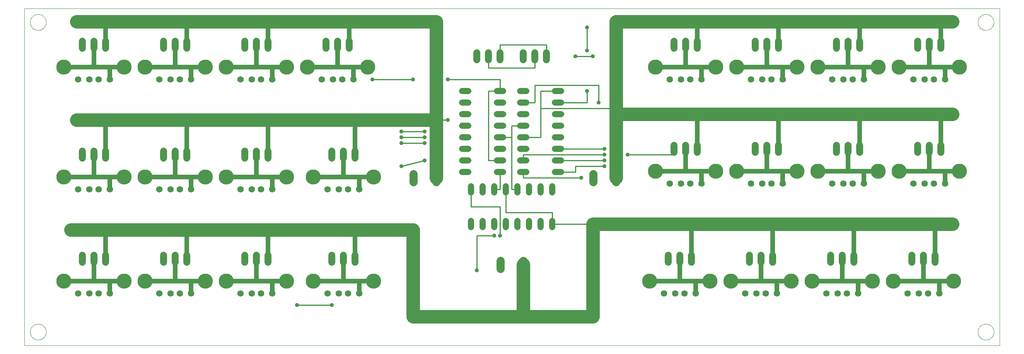
<source format=gtl>
G75*
%MOIN*%
%OFA0B0*%
%FSLAX25Y25*%
%IPPOS*%
%LPD*%
%AMOC8*
5,1,8,0,0,1.08239X$1,22.5*
%
%ADD10C,0.00000*%
%ADD11C,0.05200*%
%ADD12C,0.06000*%
%ADD13C,0.13055*%
%ADD14C,0.05543*%
%ADD15C,0.07050*%
%ADD16C,0.05937*%
%ADD17C,0.03937*%
%ADD18C,0.11811*%
%ADD19C,0.03562*%
%ADD20C,0.01000*%
D10*
X0001000Y0001000D02*
X0001000Y0292339D01*
X0841551Y0292339D01*
X0841551Y0001000D01*
X0001000Y0001000D01*
X0005921Y0012811D02*
X0005923Y0012980D01*
X0005929Y0013149D01*
X0005940Y0013318D01*
X0005954Y0013486D01*
X0005973Y0013654D01*
X0005996Y0013822D01*
X0006022Y0013989D01*
X0006053Y0014155D01*
X0006088Y0014321D01*
X0006127Y0014485D01*
X0006171Y0014649D01*
X0006218Y0014811D01*
X0006269Y0014972D01*
X0006324Y0015132D01*
X0006383Y0015291D01*
X0006445Y0015448D01*
X0006512Y0015603D01*
X0006583Y0015757D01*
X0006657Y0015909D01*
X0006735Y0016059D01*
X0006816Y0016207D01*
X0006901Y0016353D01*
X0006990Y0016497D01*
X0007082Y0016639D01*
X0007178Y0016778D01*
X0007277Y0016915D01*
X0007379Y0017050D01*
X0007485Y0017182D01*
X0007594Y0017311D01*
X0007706Y0017438D01*
X0007821Y0017562D01*
X0007939Y0017683D01*
X0008060Y0017801D01*
X0008184Y0017916D01*
X0008311Y0018028D01*
X0008440Y0018137D01*
X0008572Y0018243D01*
X0008707Y0018345D01*
X0008844Y0018444D01*
X0008983Y0018540D01*
X0009125Y0018632D01*
X0009269Y0018721D01*
X0009415Y0018806D01*
X0009563Y0018887D01*
X0009713Y0018965D01*
X0009865Y0019039D01*
X0010019Y0019110D01*
X0010174Y0019177D01*
X0010331Y0019239D01*
X0010490Y0019298D01*
X0010650Y0019353D01*
X0010811Y0019404D01*
X0010973Y0019451D01*
X0011137Y0019495D01*
X0011301Y0019534D01*
X0011467Y0019569D01*
X0011633Y0019600D01*
X0011800Y0019626D01*
X0011968Y0019649D01*
X0012136Y0019668D01*
X0012304Y0019682D01*
X0012473Y0019693D01*
X0012642Y0019699D01*
X0012811Y0019701D01*
X0012980Y0019699D01*
X0013149Y0019693D01*
X0013318Y0019682D01*
X0013486Y0019668D01*
X0013654Y0019649D01*
X0013822Y0019626D01*
X0013989Y0019600D01*
X0014155Y0019569D01*
X0014321Y0019534D01*
X0014485Y0019495D01*
X0014649Y0019451D01*
X0014811Y0019404D01*
X0014972Y0019353D01*
X0015132Y0019298D01*
X0015291Y0019239D01*
X0015448Y0019177D01*
X0015603Y0019110D01*
X0015757Y0019039D01*
X0015909Y0018965D01*
X0016059Y0018887D01*
X0016207Y0018806D01*
X0016353Y0018721D01*
X0016497Y0018632D01*
X0016639Y0018540D01*
X0016778Y0018444D01*
X0016915Y0018345D01*
X0017050Y0018243D01*
X0017182Y0018137D01*
X0017311Y0018028D01*
X0017438Y0017916D01*
X0017562Y0017801D01*
X0017683Y0017683D01*
X0017801Y0017562D01*
X0017916Y0017438D01*
X0018028Y0017311D01*
X0018137Y0017182D01*
X0018243Y0017050D01*
X0018345Y0016915D01*
X0018444Y0016778D01*
X0018540Y0016639D01*
X0018632Y0016497D01*
X0018721Y0016353D01*
X0018806Y0016207D01*
X0018887Y0016059D01*
X0018965Y0015909D01*
X0019039Y0015757D01*
X0019110Y0015603D01*
X0019177Y0015448D01*
X0019239Y0015291D01*
X0019298Y0015132D01*
X0019353Y0014972D01*
X0019404Y0014811D01*
X0019451Y0014649D01*
X0019495Y0014485D01*
X0019534Y0014321D01*
X0019569Y0014155D01*
X0019600Y0013989D01*
X0019626Y0013822D01*
X0019649Y0013654D01*
X0019668Y0013486D01*
X0019682Y0013318D01*
X0019693Y0013149D01*
X0019699Y0012980D01*
X0019701Y0012811D01*
X0019699Y0012642D01*
X0019693Y0012473D01*
X0019682Y0012304D01*
X0019668Y0012136D01*
X0019649Y0011968D01*
X0019626Y0011800D01*
X0019600Y0011633D01*
X0019569Y0011467D01*
X0019534Y0011301D01*
X0019495Y0011137D01*
X0019451Y0010973D01*
X0019404Y0010811D01*
X0019353Y0010650D01*
X0019298Y0010490D01*
X0019239Y0010331D01*
X0019177Y0010174D01*
X0019110Y0010019D01*
X0019039Y0009865D01*
X0018965Y0009713D01*
X0018887Y0009563D01*
X0018806Y0009415D01*
X0018721Y0009269D01*
X0018632Y0009125D01*
X0018540Y0008983D01*
X0018444Y0008844D01*
X0018345Y0008707D01*
X0018243Y0008572D01*
X0018137Y0008440D01*
X0018028Y0008311D01*
X0017916Y0008184D01*
X0017801Y0008060D01*
X0017683Y0007939D01*
X0017562Y0007821D01*
X0017438Y0007706D01*
X0017311Y0007594D01*
X0017182Y0007485D01*
X0017050Y0007379D01*
X0016915Y0007277D01*
X0016778Y0007178D01*
X0016639Y0007082D01*
X0016497Y0006990D01*
X0016353Y0006901D01*
X0016207Y0006816D01*
X0016059Y0006735D01*
X0015909Y0006657D01*
X0015757Y0006583D01*
X0015603Y0006512D01*
X0015448Y0006445D01*
X0015291Y0006383D01*
X0015132Y0006324D01*
X0014972Y0006269D01*
X0014811Y0006218D01*
X0014649Y0006171D01*
X0014485Y0006127D01*
X0014321Y0006088D01*
X0014155Y0006053D01*
X0013989Y0006022D01*
X0013822Y0005996D01*
X0013654Y0005973D01*
X0013486Y0005954D01*
X0013318Y0005940D01*
X0013149Y0005929D01*
X0012980Y0005923D01*
X0012811Y0005921D01*
X0012642Y0005923D01*
X0012473Y0005929D01*
X0012304Y0005940D01*
X0012136Y0005954D01*
X0011968Y0005973D01*
X0011800Y0005996D01*
X0011633Y0006022D01*
X0011467Y0006053D01*
X0011301Y0006088D01*
X0011137Y0006127D01*
X0010973Y0006171D01*
X0010811Y0006218D01*
X0010650Y0006269D01*
X0010490Y0006324D01*
X0010331Y0006383D01*
X0010174Y0006445D01*
X0010019Y0006512D01*
X0009865Y0006583D01*
X0009713Y0006657D01*
X0009563Y0006735D01*
X0009415Y0006816D01*
X0009269Y0006901D01*
X0009125Y0006990D01*
X0008983Y0007082D01*
X0008844Y0007178D01*
X0008707Y0007277D01*
X0008572Y0007379D01*
X0008440Y0007485D01*
X0008311Y0007594D01*
X0008184Y0007706D01*
X0008060Y0007821D01*
X0007939Y0007939D01*
X0007821Y0008060D01*
X0007706Y0008184D01*
X0007594Y0008311D01*
X0007485Y0008440D01*
X0007379Y0008572D01*
X0007277Y0008707D01*
X0007178Y0008844D01*
X0007082Y0008983D01*
X0006990Y0009125D01*
X0006901Y0009269D01*
X0006816Y0009415D01*
X0006735Y0009563D01*
X0006657Y0009713D01*
X0006583Y0009865D01*
X0006512Y0010019D01*
X0006445Y0010174D01*
X0006383Y0010331D01*
X0006324Y0010490D01*
X0006269Y0010650D01*
X0006218Y0010811D01*
X0006171Y0010973D01*
X0006127Y0011137D01*
X0006088Y0011301D01*
X0006053Y0011467D01*
X0006022Y0011633D01*
X0005996Y0011800D01*
X0005973Y0011968D01*
X0005954Y0012136D01*
X0005940Y0012304D01*
X0005929Y0012473D01*
X0005923Y0012642D01*
X0005921Y0012811D01*
X0005921Y0280528D02*
X0005923Y0280697D01*
X0005929Y0280866D01*
X0005940Y0281035D01*
X0005954Y0281203D01*
X0005973Y0281371D01*
X0005996Y0281539D01*
X0006022Y0281706D01*
X0006053Y0281872D01*
X0006088Y0282038D01*
X0006127Y0282202D01*
X0006171Y0282366D01*
X0006218Y0282528D01*
X0006269Y0282689D01*
X0006324Y0282849D01*
X0006383Y0283008D01*
X0006445Y0283165D01*
X0006512Y0283320D01*
X0006583Y0283474D01*
X0006657Y0283626D01*
X0006735Y0283776D01*
X0006816Y0283924D01*
X0006901Y0284070D01*
X0006990Y0284214D01*
X0007082Y0284356D01*
X0007178Y0284495D01*
X0007277Y0284632D01*
X0007379Y0284767D01*
X0007485Y0284899D01*
X0007594Y0285028D01*
X0007706Y0285155D01*
X0007821Y0285279D01*
X0007939Y0285400D01*
X0008060Y0285518D01*
X0008184Y0285633D01*
X0008311Y0285745D01*
X0008440Y0285854D01*
X0008572Y0285960D01*
X0008707Y0286062D01*
X0008844Y0286161D01*
X0008983Y0286257D01*
X0009125Y0286349D01*
X0009269Y0286438D01*
X0009415Y0286523D01*
X0009563Y0286604D01*
X0009713Y0286682D01*
X0009865Y0286756D01*
X0010019Y0286827D01*
X0010174Y0286894D01*
X0010331Y0286956D01*
X0010490Y0287015D01*
X0010650Y0287070D01*
X0010811Y0287121D01*
X0010973Y0287168D01*
X0011137Y0287212D01*
X0011301Y0287251D01*
X0011467Y0287286D01*
X0011633Y0287317D01*
X0011800Y0287343D01*
X0011968Y0287366D01*
X0012136Y0287385D01*
X0012304Y0287399D01*
X0012473Y0287410D01*
X0012642Y0287416D01*
X0012811Y0287418D01*
X0012980Y0287416D01*
X0013149Y0287410D01*
X0013318Y0287399D01*
X0013486Y0287385D01*
X0013654Y0287366D01*
X0013822Y0287343D01*
X0013989Y0287317D01*
X0014155Y0287286D01*
X0014321Y0287251D01*
X0014485Y0287212D01*
X0014649Y0287168D01*
X0014811Y0287121D01*
X0014972Y0287070D01*
X0015132Y0287015D01*
X0015291Y0286956D01*
X0015448Y0286894D01*
X0015603Y0286827D01*
X0015757Y0286756D01*
X0015909Y0286682D01*
X0016059Y0286604D01*
X0016207Y0286523D01*
X0016353Y0286438D01*
X0016497Y0286349D01*
X0016639Y0286257D01*
X0016778Y0286161D01*
X0016915Y0286062D01*
X0017050Y0285960D01*
X0017182Y0285854D01*
X0017311Y0285745D01*
X0017438Y0285633D01*
X0017562Y0285518D01*
X0017683Y0285400D01*
X0017801Y0285279D01*
X0017916Y0285155D01*
X0018028Y0285028D01*
X0018137Y0284899D01*
X0018243Y0284767D01*
X0018345Y0284632D01*
X0018444Y0284495D01*
X0018540Y0284356D01*
X0018632Y0284214D01*
X0018721Y0284070D01*
X0018806Y0283924D01*
X0018887Y0283776D01*
X0018965Y0283626D01*
X0019039Y0283474D01*
X0019110Y0283320D01*
X0019177Y0283165D01*
X0019239Y0283008D01*
X0019298Y0282849D01*
X0019353Y0282689D01*
X0019404Y0282528D01*
X0019451Y0282366D01*
X0019495Y0282202D01*
X0019534Y0282038D01*
X0019569Y0281872D01*
X0019600Y0281706D01*
X0019626Y0281539D01*
X0019649Y0281371D01*
X0019668Y0281203D01*
X0019682Y0281035D01*
X0019693Y0280866D01*
X0019699Y0280697D01*
X0019701Y0280528D01*
X0019699Y0280359D01*
X0019693Y0280190D01*
X0019682Y0280021D01*
X0019668Y0279853D01*
X0019649Y0279685D01*
X0019626Y0279517D01*
X0019600Y0279350D01*
X0019569Y0279184D01*
X0019534Y0279018D01*
X0019495Y0278854D01*
X0019451Y0278690D01*
X0019404Y0278528D01*
X0019353Y0278367D01*
X0019298Y0278207D01*
X0019239Y0278048D01*
X0019177Y0277891D01*
X0019110Y0277736D01*
X0019039Y0277582D01*
X0018965Y0277430D01*
X0018887Y0277280D01*
X0018806Y0277132D01*
X0018721Y0276986D01*
X0018632Y0276842D01*
X0018540Y0276700D01*
X0018444Y0276561D01*
X0018345Y0276424D01*
X0018243Y0276289D01*
X0018137Y0276157D01*
X0018028Y0276028D01*
X0017916Y0275901D01*
X0017801Y0275777D01*
X0017683Y0275656D01*
X0017562Y0275538D01*
X0017438Y0275423D01*
X0017311Y0275311D01*
X0017182Y0275202D01*
X0017050Y0275096D01*
X0016915Y0274994D01*
X0016778Y0274895D01*
X0016639Y0274799D01*
X0016497Y0274707D01*
X0016353Y0274618D01*
X0016207Y0274533D01*
X0016059Y0274452D01*
X0015909Y0274374D01*
X0015757Y0274300D01*
X0015603Y0274229D01*
X0015448Y0274162D01*
X0015291Y0274100D01*
X0015132Y0274041D01*
X0014972Y0273986D01*
X0014811Y0273935D01*
X0014649Y0273888D01*
X0014485Y0273844D01*
X0014321Y0273805D01*
X0014155Y0273770D01*
X0013989Y0273739D01*
X0013822Y0273713D01*
X0013654Y0273690D01*
X0013486Y0273671D01*
X0013318Y0273657D01*
X0013149Y0273646D01*
X0012980Y0273640D01*
X0012811Y0273638D01*
X0012642Y0273640D01*
X0012473Y0273646D01*
X0012304Y0273657D01*
X0012136Y0273671D01*
X0011968Y0273690D01*
X0011800Y0273713D01*
X0011633Y0273739D01*
X0011467Y0273770D01*
X0011301Y0273805D01*
X0011137Y0273844D01*
X0010973Y0273888D01*
X0010811Y0273935D01*
X0010650Y0273986D01*
X0010490Y0274041D01*
X0010331Y0274100D01*
X0010174Y0274162D01*
X0010019Y0274229D01*
X0009865Y0274300D01*
X0009713Y0274374D01*
X0009563Y0274452D01*
X0009415Y0274533D01*
X0009269Y0274618D01*
X0009125Y0274707D01*
X0008983Y0274799D01*
X0008844Y0274895D01*
X0008707Y0274994D01*
X0008572Y0275096D01*
X0008440Y0275202D01*
X0008311Y0275311D01*
X0008184Y0275423D01*
X0008060Y0275538D01*
X0007939Y0275656D01*
X0007821Y0275777D01*
X0007706Y0275901D01*
X0007594Y0276028D01*
X0007485Y0276157D01*
X0007379Y0276289D01*
X0007277Y0276424D01*
X0007178Y0276561D01*
X0007082Y0276700D01*
X0006990Y0276842D01*
X0006901Y0276986D01*
X0006816Y0277132D01*
X0006735Y0277280D01*
X0006657Y0277430D01*
X0006583Y0277582D01*
X0006512Y0277736D01*
X0006445Y0277891D01*
X0006383Y0278048D01*
X0006324Y0278207D01*
X0006269Y0278367D01*
X0006218Y0278528D01*
X0006171Y0278690D01*
X0006127Y0278854D01*
X0006088Y0279018D01*
X0006053Y0279184D01*
X0006022Y0279350D01*
X0005996Y0279517D01*
X0005973Y0279685D01*
X0005954Y0279853D01*
X0005940Y0280021D01*
X0005929Y0280190D01*
X0005923Y0280359D01*
X0005921Y0280528D01*
X0822850Y0280528D02*
X0822852Y0280697D01*
X0822858Y0280866D01*
X0822869Y0281035D01*
X0822883Y0281203D01*
X0822902Y0281371D01*
X0822925Y0281539D01*
X0822951Y0281706D01*
X0822982Y0281872D01*
X0823017Y0282038D01*
X0823056Y0282202D01*
X0823100Y0282366D01*
X0823147Y0282528D01*
X0823198Y0282689D01*
X0823253Y0282849D01*
X0823312Y0283008D01*
X0823374Y0283165D01*
X0823441Y0283320D01*
X0823512Y0283474D01*
X0823586Y0283626D01*
X0823664Y0283776D01*
X0823745Y0283924D01*
X0823830Y0284070D01*
X0823919Y0284214D01*
X0824011Y0284356D01*
X0824107Y0284495D01*
X0824206Y0284632D01*
X0824308Y0284767D01*
X0824414Y0284899D01*
X0824523Y0285028D01*
X0824635Y0285155D01*
X0824750Y0285279D01*
X0824868Y0285400D01*
X0824989Y0285518D01*
X0825113Y0285633D01*
X0825240Y0285745D01*
X0825369Y0285854D01*
X0825501Y0285960D01*
X0825636Y0286062D01*
X0825773Y0286161D01*
X0825912Y0286257D01*
X0826054Y0286349D01*
X0826198Y0286438D01*
X0826344Y0286523D01*
X0826492Y0286604D01*
X0826642Y0286682D01*
X0826794Y0286756D01*
X0826948Y0286827D01*
X0827103Y0286894D01*
X0827260Y0286956D01*
X0827419Y0287015D01*
X0827579Y0287070D01*
X0827740Y0287121D01*
X0827902Y0287168D01*
X0828066Y0287212D01*
X0828230Y0287251D01*
X0828396Y0287286D01*
X0828562Y0287317D01*
X0828729Y0287343D01*
X0828897Y0287366D01*
X0829065Y0287385D01*
X0829233Y0287399D01*
X0829402Y0287410D01*
X0829571Y0287416D01*
X0829740Y0287418D01*
X0829909Y0287416D01*
X0830078Y0287410D01*
X0830247Y0287399D01*
X0830415Y0287385D01*
X0830583Y0287366D01*
X0830751Y0287343D01*
X0830918Y0287317D01*
X0831084Y0287286D01*
X0831250Y0287251D01*
X0831414Y0287212D01*
X0831578Y0287168D01*
X0831740Y0287121D01*
X0831901Y0287070D01*
X0832061Y0287015D01*
X0832220Y0286956D01*
X0832377Y0286894D01*
X0832532Y0286827D01*
X0832686Y0286756D01*
X0832838Y0286682D01*
X0832988Y0286604D01*
X0833136Y0286523D01*
X0833282Y0286438D01*
X0833426Y0286349D01*
X0833568Y0286257D01*
X0833707Y0286161D01*
X0833844Y0286062D01*
X0833979Y0285960D01*
X0834111Y0285854D01*
X0834240Y0285745D01*
X0834367Y0285633D01*
X0834491Y0285518D01*
X0834612Y0285400D01*
X0834730Y0285279D01*
X0834845Y0285155D01*
X0834957Y0285028D01*
X0835066Y0284899D01*
X0835172Y0284767D01*
X0835274Y0284632D01*
X0835373Y0284495D01*
X0835469Y0284356D01*
X0835561Y0284214D01*
X0835650Y0284070D01*
X0835735Y0283924D01*
X0835816Y0283776D01*
X0835894Y0283626D01*
X0835968Y0283474D01*
X0836039Y0283320D01*
X0836106Y0283165D01*
X0836168Y0283008D01*
X0836227Y0282849D01*
X0836282Y0282689D01*
X0836333Y0282528D01*
X0836380Y0282366D01*
X0836424Y0282202D01*
X0836463Y0282038D01*
X0836498Y0281872D01*
X0836529Y0281706D01*
X0836555Y0281539D01*
X0836578Y0281371D01*
X0836597Y0281203D01*
X0836611Y0281035D01*
X0836622Y0280866D01*
X0836628Y0280697D01*
X0836630Y0280528D01*
X0836628Y0280359D01*
X0836622Y0280190D01*
X0836611Y0280021D01*
X0836597Y0279853D01*
X0836578Y0279685D01*
X0836555Y0279517D01*
X0836529Y0279350D01*
X0836498Y0279184D01*
X0836463Y0279018D01*
X0836424Y0278854D01*
X0836380Y0278690D01*
X0836333Y0278528D01*
X0836282Y0278367D01*
X0836227Y0278207D01*
X0836168Y0278048D01*
X0836106Y0277891D01*
X0836039Y0277736D01*
X0835968Y0277582D01*
X0835894Y0277430D01*
X0835816Y0277280D01*
X0835735Y0277132D01*
X0835650Y0276986D01*
X0835561Y0276842D01*
X0835469Y0276700D01*
X0835373Y0276561D01*
X0835274Y0276424D01*
X0835172Y0276289D01*
X0835066Y0276157D01*
X0834957Y0276028D01*
X0834845Y0275901D01*
X0834730Y0275777D01*
X0834612Y0275656D01*
X0834491Y0275538D01*
X0834367Y0275423D01*
X0834240Y0275311D01*
X0834111Y0275202D01*
X0833979Y0275096D01*
X0833844Y0274994D01*
X0833707Y0274895D01*
X0833568Y0274799D01*
X0833426Y0274707D01*
X0833282Y0274618D01*
X0833136Y0274533D01*
X0832988Y0274452D01*
X0832838Y0274374D01*
X0832686Y0274300D01*
X0832532Y0274229D01*
X0832377Y0274162D01*
X0832220Y0274100D01*
X0832061Y0274041D01*
X0831901Y0273986D01*
X0831740Y0273935D01*
X0831578Y0273888D01*
X0831414Y0273844D01*
X0831250Y0273805D01*
X0831084Y0273770D01*
X0830918Y0273739D01*
X0830751Y0273713D01*
X0830583Y0273690D01*
X0830415Y0273671D01*
X0830247Y0273657D01*
X0830078Y0273646D01*
X0829909Y0273640D01*
X0829740Y0273638D01*
X0829571Y0273640D01*
X0829402Y0273646D01*
X0829233Y0273657D01*
X0829065Y0273671D01*
X0828897Y0273690D01*
X0828729Y0273713D01*
X0828562Y0273739D01*
X0828396Y0273770D01*
X0828230Y0273805D01*
X0828066Y0273844D01*
X0827902Y0273888D01*
X0827740Y0273935D01*
X0827579Y0273986D01*
X0827419Y0274041D01*
X0827260Y0274100D01*
X0827103Y0274162D01*
X0826948Y0274229D01*
X0826794Y0274300D01*
X0826642Y0274374D01*
X0826492Y0274452D01*
X0826344Y0274533D01*
X0826198Y0274618D01*
X0826054Y0274707D01*
X0825912Y0274799D01*
X0825773Y0274895D01*
X0825636Y0274994D01*
X0825501Y0275096D01*
X0825369Y0275202D01*
X0825240Y0275311D01*
X0825113Y0275423D01*
X0824989Y0275538D01*
X0824868Y0275656D01*
X0824750Y0275777D01*
X0824635Y0275901D01*
X0824523Y0276028D01*
X0824414Y0276157D01*
X0824308Y0276289D01*
X0824206Y0276424D01*
X0824107Y0276561D01*
X0824011Y0276700D01*
X0823919Y0276842D01*
X0823830Y0276986D01*
X0823745Y0277132D01*
X0823664Y0277280D01*
X0823586Y0277430D01*
X0823512Y0277582D01*
X0823441Y0277736D01*
X0823374Y0277891D01*
X0823312Y0278048D01*
X0823253Y0278207D01*
X0823198Y0278367D01*
X0823147Y0278528D01*
X0823100Y0278690D01*
X0823056Y0278854D01*
X0823017Y0279018D01*
X0822982Y0279184D01*
X0822951Y0279350D01*
X0822925Y0279517D01*
X0822902Y0279685D01*
X0822883Y0279853D01*
X0822869Y0280021D01*
X0822858Y0280190D01*
X0822852Y0280359D01*
X0822850Y0280528D01*
X0822850Y0012811D02*
X0822852Y0012980D01*
X0822858Y0013149D01*
X0822869Y0013318D01*
X0822883Y0013486D01*
X0822902Y0013654D01*
X0822925Y0013822D01*
X0822951Y0013989D01*
X0822982Y0014155D01*
X0823017Y0014321D01*
X0823056Y0014485D01*
X0823100Y0014649D01*
X0823147Y0014811D01*
X0823198Y0014972D01*
X0823253Y0015132D01*
X0823312Y0015291D01*
X0823374Y0015448D01*
X0823441Y0015603D01*
X0823512Y0015757D01*
X0823586Y0015909D01*
X0823664Y0016059D01*
X0823745Y0016207D01*
X0823830Y0016353D01*
X0823919Y0016497D01*
X0824011Y0016639D01*
X0824107Y0016778D01*
X0824206Y0016915D01*
X0824308Y0017050D01*
X0824414Y0017182D01*
X0824523Y0017311D01*
X0824635Y0017438D01*
X0824750Y0017562D01*
X0824868Y0017683D01*
X0824989Y0017801D01*
X0825113Y0017916D01*
X0825240Y0018028D01*
X0825369Y0018137D01*
X0825501Y0018243D01*
X0825636Y0018345D01*
X0825773Y0018444D01*
X0825912Y0018540D01*
X0826054Y0018632D01*
X0826198Y0018721D01*
X0826344Y0018806D01*
X0826492Y0018887D01*
X0826642Y0018965D01*
X0826794Y0019039D01*
X0826948Y0019110D01*
X0827103Y0019177D01*
X0827260Y0019239D01*
X0827419Y0019298D01*
X0827579Y0019353D01*
X0827740Y0019404D01*
X0827902Y0019451D01*
X0828066Y0019495D01*
X0828230Y0019534D01*
X0828396Y0019569D01*
X0828562Y0019600D01*
X0828729Y0019626D01*
X0828897Y0019649D01*
X0829065Y0019668D01*
X0829233Y0019682D01*
X0829402Y0019693D01*
X0829571Y0019699D01*
X0829740Y0019701D01*
X0829909Y0019699D01*
X0830078Y0019693D01*
X0830247Y0019682D01*
X0830415Y0019668D01*
X0830583Y0019649D01*
X0830751Y0019626D01*
X0830918Y0019600D01*
X0831084Y0019569D01*
X0831250Y0019534D01*
X0831414Y0019495D01*
X0831578Y0019451D01*
X0831740Y0019404D01*
X0831901Y0019353D01*
X0832061Y0019298D01*
X0832220Y0019239D01*
X0832377Y0019177D01*
X0832532Y0019110D01*
X0832686Y0019039D01*
X0832838Y0018965D01*
X0832988Y0018887D01*
X0833136Y0018806D01*
X0833282Y0018721D01*
X0833426Y0018632D01*
X0833568Y0018540D01*
X0833707Y0018444D01*
X0833844Y0018345D01*
X0833979Y0018243D01*
X0834111Y0018137D01*
X0834240Y0018028D01*
X0834367Y0017916D01*
X0834491Y0017801D01*
X0834612Y0017683D01*
X0834730Y0017562D01*
X0834845Y0017438D01*
X0834957Y0017311D01*
X0835066Y0017182D01*
X0835172Y0017050D01*
X0835274Y0016915D01*
X0835373Y0016778D01*
X0835469Y0016639D01*
X0835561Y0016497D01*
X0835650Y0016353D01*
X0835735Y0016207D01*
X0835816Y0016059D01*
X0835894Y0015909D01*
X0835968Y0015757D01*
X0836039Y0015603D01*
X0836106Y0015448D01*
X0836168Y0015291D01*
X0836227Y0015132D01*
X0836282Y0014972D01*
X0836333Y0014811D01*
X0836380Y0014649D01*
X0836424Y0014485D01*
X0836463Y0014321D01*
X0836498Y0014155D01*
X0836529Y0013989D01*
X0836555Y0013822D01*
X0836578Y0013654D01*
X0836597Y0013486D01*
X0836611Y0013318D01*
X0836622Y0013149D01*
X0836628Y0012980D01*
X0836630Y0012811D01*
X0836628Y0012642D01*
X0836622Y0012473D01*
X0836611Y0012304D01*
X0836597Y0012136D01*
X0836578Y0011968D01*
X0836555Y0011800D01*
X0836529Y0011633D01*
X0836498Y0011467D01*
X0836463Y0011301D01*
X0836424Y0011137D01*
X0836380Y0010973D01*
X0836333Y0010811D01*
X0836282Y0010650D01*
X0836227Y0010490D01*
X0836168Y0010331D01*
X0836106Y0010174D01*
X0836039Y0010019D01*
X0835968Y0009865D01*
X0835894Y0009713D01*
X0835816Y0009563D01*
X0835735Y0009415D01*
X0835650Y0009269D01*
X0835561Y0009125D01*
X0835469Y0008983D01*
X0835373Y0008844D01*
X0835274Y0008707D01*
X0835172Y0008572D01*
X0835066Y0008440D01*
X0834957Y0008311D01*
X0834845Y0008184D01*
X0834730Y0008060D01*
X0834612Y0007939D01*
X0834491Y0007821D01*
X0834367Y0007706D01*
X0834240Y0007594D01*
X0834111Y0007485D01*
X0833979Y0007379D01*
X0833844Y0007277D01*
X0833707Y0007178D01*
X0833568Y0007082D01*
X0833426Y0006990D01*
X0833282Y0006901D01*
X0833136Y0006816D01*
X0832988Y0006735D01*
X0832838Y0006657D01*
X0832686Y0006583D01*
X0832532Y0006512D01*
X0832377Y0006445D01*
X0832220Y0006383D01*
X0832061Y0006324D01*
X0831901Y0006269D01*
X0831740Y0006218D01*
X0831578Y0006171D01*
X0831414Y0006127D01*
X0831250Y0006088D01*
X0831084Y0006053D01*
X0830918Y0006022D01*
X0830751Y0005996D01*
X0830583Y0005973D01*
X0830415Y0005954D01*
X0830247Y0005940D01*
X0830078Y0005929D01*
X0829909Y0005923D01*
X0829740Y0005921D01*
X0829571Y0005923D01*
X0829402Y0005929D01*
X0829233Y0005940D01*
X0829065Y0005954D01*
X0828897Y0005973D01*
X0828729Y0005996D01*
X0828562Y0006022D01*
X0828396Y0006053D01*
X0828230Y0006088D01*
X0828066Y0006127D01*
X0827902Y0006171D01*
X0827740Y0006218D01*
X0827579Y0006269D01*
X0827419Y0006324D01*
X0827260Y0006383D01*
X0827103Y0006445D01*
X0826948Y0006512D01*
X0826794Y0006583D01*
X0826642Y0006657D01*
X0826492Y0006735D01*
X0826344Y0006816D01*
X0826198Y0006901D01*
X0826054Y0006990D01*
X0825912Y0007082D01*
X0825773Y0007178D01*
X0825636Y0007277D01*
X0825501Y0007379D01*
X0825369Y0007485D01*
X0825240Y0007594D01*
X0825113Y0007706D01*
X0824989Y0007821D01*
X0824868Y0007939D01*
X0824750Y0008060D01*
X0824635Y0008184D01*
X0824523Y0008311D01*
X0824414Y0008440D01*
X0824308Y0008572D01*
X0824206Y0008707D01*
X0824107Y0008844D01*
X0824011Y0008983D01*
X0823919Y0009125D01*
X0823830Y0009269D01*
X0823745Y0009415D01*
X0823664Y0009563D01*
X0823586Y0009713D01*
X0823512Y0009865D01*
X0823441Y0010019D01*
X0823374Y0010174D01*
X0823312Y0010331D01*
X0823253Y0010490D01*
X0823198Y0010650D01*
X0823147Y0010811D01*
X0823100Y0010973D01*
X0823056Y0011137D01*
X0823017Y0011301D01*
X0822982Y0011467D01*
X0822951Y0011633D01*
X0822925Y0011800D01*
X0822902Y0011968D01*
X0822883Y0012136D01*
X0822869Y0012304D01*
X0822858Y0012473D01*
X0822852Y0012642D01*
X0822850Y0012811D01*
D11*
X0456000Y0103400D02*
X0456000Y0108600D01*
X0446000Y0108600D02*
X0446000Y0103400D01*
X0436000Y0103400D02*
X0436000Y0108600D01*
X0426000Y0108600D02*
X0426000Y0103400D01*
X0416000Y0103400D02*
X0416000Y0108600D01*
X0406000Y0108600D02*
X0406000Y0103400D01*
X0396000Y0103400D02*
X0396000Y0108600D01*
X0386000Y0108600D02*
X0386000Y0103400D01*
X0386000Y0133400D02*
X0386000Y0138600D01*
X0396000Y0138600D02*
X0396000Y0133400D01*
X0406000Y0133400D02*
X0406000Y0138600D01*
X0416000Y0138600D02*
X0416000Y0133400D01*
X0426000Y0133400D02*
X0426000Y0138600D01*
X0436000Y0138600D02*
X0436000Y0133400D01*
X0446000Y0133400D02*
X0446000Y0138600D01*
X0456000Y0138600D02*
X0456000Y0133400D01*
X0458400Y0151000D02*
X0463600Y0151000D01*
X0463600Y0161000D02*
X0458400Y0161000D01*
X0433600Y0161000D02*
X0428400Y0161000D01*
X0413600Y0161000D02*
X0408400Y0161000D01*
X0408400Y0151000D02*
X0413600Y0151000D01*
X0428400Y0151000D02*
X0433600Y0151000D01*
X0383600Y0151000D02*
X0378400Y0151000D01*
X0378400Y0161000D02*
X0383600Y0161000D01*
X0383600Y0171000D02*
X0378400Y0171000D01*
X0378400Y0181000D02*
X0383600Y0181000D01*
X0408400Y0181000D02*
X0413600Y0181000D01*
X0428400Y0181000D02*
X0433600Y0181000D01*
X0433600Y0171000D02*
X0428400Y0171000D01*
X0413600Y0171000D02*
X0408400Y0171000D01*
X0458400Y0171000D02*
X0463600Y0171000D01*
X0463600Y0181000D02*
X0458400Y0181000D01*
X0458400Y0191000D02*
X0463600Y0191000D01*
X0463600Y0201000D02*
X0458400Y0201000D01*
X0458400Y0211000D02*
X0463600Y0211000D01*
X0463600Y0221000D02*
X0458400Y0221000D01*
X0433600Y0221000D02*
X0428400Y0221000D01*
X0413600Y0221000D02*
X0408400Y0221000D01*
X0383600Y0221000D02*
X0378400Y0221000D01*
X0378400Y0211000D02*
X0383600Y0211000D01*
X0383600Y0201000D02*
X0378400Y0201000D01*
X0378400Y0191000D02*
X0383600Y0191000D01*
X0408400Y0191000D02*
X0413600Y0191000D01*
X0428400Y0191000D02*
X0433600Y0191000D01*
X0433600Y0201000D02*
X0428400Y0201000D01*
X0413600Y0201000D02*
X0408400Y0201000D01*
X0408400Y0211000D02*
X0413600Y0211000D01*
X0428400Y0211000D02*
X0433600Y0211000D01*
D12*
X0561000Y0174000D02*
X0561000Y0168000D01*
X0571000Y0168000D02*
X0571000Y0174000D01*
X0581000Y0174000D02*
X0581000Y0168000D01*
X0631000Y0168000D02*
X0631000Y0174000D01*
X0641000Y0174000D02*
X0641000Y0168000D01*
X0651000Y0168000D02*
X0651000Y0174000D01*
X0701000Y0174000D02*
X0701000Y0168000D01*
X0711000Y0168000D02*
X0711000Y0174000D01*
X0721000Y0174000D02*
X0721000Y0168000D01*
X0771000Y0168000D02*
X0771000Y0174000D01*
X0781000Y0174000D02*
X0781000Y0168000D01*
X0791000Y0168000D02*
X0791000Y0174000D01*
X0791000Y0258000D02*
X0791000Y0264000D01*
X0781000Y0264000D02*
X0781000Y0258000D01*
X0771000Y0258000D02*
X0771000Y0264000D01*
X0721000Y0264000D02*
X0721000Y0258000D01*
X0711000Y0258000D02*
X0711000Y0264000D01*
X0701000Y0264000D02*
X0701000Y0258000D01*
X0651000Y0258000D02*
X0651000Y0264000D01*
X0641000Y0264000D02*
X0641000Y0258000D01*
X0631000Y0258000D02*
X0631000Y0264000D01*
X0581000Y0264000D02*
X0581000Y0258000D01*
X0571000Y0258000D02*
X0571000Y0264000D01*
X0561000Y0264000D02*
X0561000Y0258000D01*
X0281000Y0258000D02*
X0281000Y0264000D01*
X0271000Y0264000D02*
X0271000Y0258000D01*
X0261000Y0258000D02*
X0261000Y0264000D01*
X0211000Y0264000D02*
X0211000Y0258000D01*
X0201000Y0258000D02*
X0201000Y0264000D01*
X0191000Y0264000D02*
X0191000Y0258000D01*
X0141000Y0258000D02*
X0141000Y0264000D01*
X0131000Y0264000D02*
X0131000Y0258000D01*
X0121000Y0258000D02*
X0121000Y0264000D01*
X0071000Y0264000D02*
X0071000Y0258000D01*
X0061000Y0258000D02*
X0061000Y0264000D01*
X0051000Y0264000D02*
X0051000Y0258000D01*
X0051000Y0169000D02*
X0051000Y0163000D01*
X0061000Y0163000D02*
X0061000Y0169000D01*
X0071000Y0169000D02*
X0071000Y0163000D01*
X0121000Y0163000D02*
X0121000Y0169000D01*
X0131000Y0169000D02*
X0131000Y0163000D01*
X0141000Y0163000D02*
X0141000Y0169000D01*
X0191000Y0169000D02*
X0191000Y0163000D01*
X0201000Y0163000D02*
X0201000Y0169000D01*
X0211000Y0169000D02*
X0211000Y0163000D01*
X0266000Y0163000D02*
X0266000Y0169000D01*
X0276000Y0169000D02*
X0276000Y0163000D01*
X0286000Y0163000D02*
X0286000Y0169000D01*
X0286000Y0079000D02*
X0286000Y0073000D01*
X0276000Y0073000D02*
X0276000Y0079000D01*
X0266000Y0079000D02*
X0266000Y0073000D01*
X0211000Y0073000D02*
X0211000Y0079000D01*
X0201000Y0079000D02*
X0201000Y0073000D01*
X0191000Y0073000D02*
X0191000Y0079000D01*
X0141000Y0079000D02*
X0141000Y0073000D01*
X0131000Y0073000D02*
X0131000Y0079000D01*
X0121000Y0079000D02*
X0121000Y0073000D01*
X0071000Y0073000D02*
X0071000Y0079000D01*
X0061000Y0079000D02*
X0061000Y0073000D01*
X0051000Y0073000D02*
X0051000Y0079000D01*
X0556000Y0079000D02*
X0556000Y0073000D01*
X0566000Y0073000D02*
X0566000Y0079000D01*
X0576000Y0079000D02*
X0576000Y0073000D01*
X0626000Y0073000D02*
X0626000Y0079000D01*
X0636000Y0079000D02*
X0636000Y0073000D01*
X0646000Y0073000D02*
X0646000Y0079000D01*
X0696000Y0079000D02*
X0696000Y0073000D01*
X0706000Y0073000D02*
X0706000Y0079000D01*
X0716000Y0079000D02*
X0716000Y0073000D01*
X0766000Y0073000D02*
X0766000Y0079000D01*
X0776000Y0079000D02*
X0776000Y0073000D01*
X0786000Y0073000D02*
X0786000Y0079000D01*
D13*
X0801866Y0056669D03*
X0750134Y0056669D03*
X0731866Y0056669D03*
X0680134Y0056669D03*
X0661866Y0056669D03*
X0610134Y0056669D03*
X0591866Y0056669D03*
X0540134Y0056669D03*
X0301866Y0056669D03*
X0250134Y0056669D03*
X0226866Y0056669D03*
X0175134Y0056669D03*
X0156866Y0056669D03*
X0105134Y0056669D03*
X0086866Y0056669D03*
X0035134Y0056669D03*
X0035134Y0146669D03*
X0086866Y0146669D03*
X0105134Y0146669D03*
X0156866Y0146669D03*
X0175134Y0146669D03*
X0226866Y0146669D03*
X0250134Y0146669D03*
X0301866Y0146669D03*
X0545134Y0151669D03*
X0596866Y0151669D03*
X0615134Y0151669D03*
X0666866Y0151669D03*
X0685134Y0151669D03*
X0736866Y0151669D03*
X0755134Y0151669D03*
X0806866Y0151669D03*
X0806866Y0241669D03*
X0755134Y0241669D03*
X0736866Y0241669D03*
X0685134Y0241669D03*
X0666866Y0241669D03*
X0615134Y0241669D03*
X0596866Y0241669D03*
X0545134Y0241669D03*
X0296866Y0241669D03*
X0245134Y0241669D03*
X0226866Y0241669D03*
X0175134Y0241669D03*
X0156866Y0241669D03*
X0105134Y0241669D03*
X0086866Y0241669D03*
X0035134Y0241669D03*
D14*
X0047220Y0231000D03*
X0057063Y0231000D03*
X0064937Y0231000D03*
X0074780Y0231000D03*
X0117220Y0231000D03*
X0127063Y0231000D03*
X0134937Y0231000D03*
X0144780Y0231000D03*
X0187220Y0231000D03*
X0197063Y0231000D03*
X0204937Y0231000D03*
X0214780Y0231000D03*
X0257220Y0231000D03*
X0267063Y0231000D03*
X0274937Y0231000D03*
X0284780Y0231000D03*
X0279937Y0136000D03*
X0272063Y0136000D03*
X0262220Y0136000D03*
X0289780Y0136000D03*
X0214780Y0136000D03*
X0204937Y0136000D03*
X0197063Y0136000D03*
X0187220Y0136000D03*
X0144780Y0136000D03*
X0134937Y0136000D03*
X0127063Y0136000D03*
X0117220Y0136000D03*
X0074780Y0136000D03*
X0064937Y0136000D03*
X0057063Y0136000D03*
X0047220Y0136000D03*
X0047220Y0046000D03*
X0057063Y0046000D03*
X0064937Y0046000D03*
X0074780Y0046000D03*
X0117220Y0046000D03*
X0127063Y0046000D03*
X0134937Y0046000D03*
X0144780Y0046000D03*
X0187220Y0046000D03*
X0197063Y0046000D03*
X0204937Y0046000D03*
X0214780Y0046000D03*
X0262220Y0046000D03*
X0272063Y0046000D03*
X0279937Y0046000D03*
X0289780Y0046000D03*
X0552220Y0046000D03*
X0562063Y0046000D03*
X0569937Y0046000D03*
X0579780Y0046000D03*
X0622220Y0046000D03*
X0632063Y0046000D03*
X0639937Y0046000D03*
X0649780Y0046000D03*
X0692220Y0046000D03*
X0702063Y0046000D03*
X0709937Y0046000D03*
X0719780Y0046000D03*
X0762220Y0046000D03*
X0772063Y0046000D03*
X0779937Y0046000D03*
X0789780Y0046000D03*
X0784937Y0141000D03*
X0777063Y0141000D03*
X0767220Y0141000D03*
X0794780Y0141000D03*
X0724780Y0141000D03*
X0714937Y0141000D03*
X0707063Y0141000D03*
X0697220Y0141000D03*
X0654780Y0141000D03*
X0644937Y0141000D03*
X0637063Y0141000D03*
X0627220Y0141000D03*
X0584780Y0141000D03*
X0574937Y0141000D03*
X0567063Y0141000D03*
X0557220Y0141000D03*
X0557220Y0231000D03*
X0567063Y0231000D03*
X0574937Y0231000D03*
X0584780Y0231000D03*
X0627220Y0231000D03*
X0637063Y0231000D03*
X0644937Y0231000D03*
X0654780Y0231000D03*
X0697220Y0231000D03*
X0707063Y0231000D03*
X0714937Y0231000D03*
X0724780Y0231000D03*
X0767220Y0231000D03*
X0777063Y0231000D03*
X0784937Y0231000D03*
X0794780Y0231000D03*
D15*
X0510843Y0149525D02*
X0510843Y0142475D01*
X0491157Y0142475D02*
X0491157Y0149525D01*
X0355843Y0149525D02*
X0355843Y0142475D01*
X0336157Y0142475D02*
X0336157Y0149525D01*
X0411157Y0074525D02*
X0411157Y0067475D01*
X0430843Y0067475D02*
X0430843Y0074525D01*
D16*
X0431000Y0248031D02*
X0431000Y0253969D01*
X0441000Y0253969D02*
X0441000Y0248031D01*
X0451000Y0248031D02*
X0451000Y0253969D01*
X0411000Y0253969D02*
X0411000Y0248031D01*
X0401000Y0248031D02*
X0401000Y0253969D01*
X0391000Y0253969D02*
X0391000Y0248031D01*
D17*
X0296866Y0241669D02*
X0271000Y0241669D01*
X0271000Y0261000D01*
X0281000Y0261000D02*
X0281000Y0281000D01*
X0211000Y0281000D02*
X0211000Y0261000D01*
X0201000Y0261000D02*
X0201000Y0241669D01*
X0226866Y0241669D01*
X0214780Y0241669D01*
X0214780Y0231000D01*
X0226866Y0241669D02*
X0175134Y0241669D01*
X0156866Y0241669D02*
X0131000Y0241669D01*
X0131000Y0261000D01*
X0141000Y0261000D02*
X0141000Y0281000D01*
X0071000Y0281000D02*
X0071000Y0261000D01*
X0061000Y0261000D02*
X0061000Y0241669D01*
X0086866Y0241669D01*
X0074780Y0241669D01*
X0074780Y0231000D01*
X0086866Y0241669D02*
X0035134Y0241669D01*
X0105134Y0241669D02*
X0156866Y0241669D01*
X0144780Y0241669D01*
X0144780Y0231000D01*
X0141000Y0196000D02*
X0141000Y0166000D01*
X0131000Y0166000D02*
X0131000Y0146669D01*
X0156866Y0146669D01*
X0144780Y0146669D01*
X0144780Y0136000D01*
X0156866Y0146669D02*
X0105134Y0146669D01*
X0086866Y0146669D02*
X0061000Y0146669D01*
X0061000Y0166000D01*
X0071000Y0166000D02*
X0071000Y0196000D01*
X0201000Y0166000D02*
X0201000Y0146669D01*
X0226866Y0146669D01*
X0214780Y0146669D01*
X0214780Y0136000D01*
X0226866Y0146669D02*
X0175134Y0146669D01*
X0211000Y0166000D02*
X0211000Y0196000D01*
X0286000Y0196000D02*
X0286000Y0166000D01*
X0276000Y0166000D02*
X0276000Y0146669D01*
X0289780Y0146669D01*
X0301866Y0146669D01*
X0289780Y0146669D02*
X0289780Y0136000D01*
X0276000Y0146669D02*
X0250134Y0146669D01*
X0286000Y0101000D02*
X0286000Y0076000D01*
X0276000Y0076000D02*
X0276000Y0056669D01*
X0301866Y0056669D01*
X0289780Y0056669D01*
X0289780Y0046000D01*
X0301866Y0056669D02*
X0250134Y0056669D01*
X0226866Y0056669D02*
X0214780Y0056669D01*
X0214780Y0046000D01*
X0226866Y0056669D02*
X0201000Y0056669D01*
X0201000Y0076000D01*
X0211000Y0076000D02*
X0211000Y0101000D01*
X0141000Y0101000D02*
X0141000Y0076000D01*
X0131000Y0076000D02*
X0131000Y0056669D01*
X0144780Y0056669D01*
X0144780Y0046000D01*
X0144780Y0056669D02*
X0156866Y0056669D01*
X0175134Y0056669D02*
X0226866Y0056669D01*
X0131000Y0056669D02*
X0105134Y0056669D01*
X0086866Y0056669D02*
X0074780Y0056669D01*
X0074780Y0046000D01*
X0086866Y0056669D02*
X0035134Y0056669D01*
X0061000Y0056669D02*
X0061000Y0076000D01*
X0071000Y0076000D02*
X0071000Y0101000D01*
X0074780Y0136000D02*
X0074780Y0146669D01*
X0086866Y0146669D01*
X0035134Y0146669D01*
X0284780Y0231000D02*
X0284780Y0241669D01*
X0296866Y0241669D01*
X0245134Y0241669D01*
X0545134Y0241669D02*
X0596866Y0241669D01*
X0584780Y0241669D01*
X0584780Y0231000D01*
X0596866Y0241669D02*
X0571000Y0241669D01*
X0571000Y0261000D01*
X0581000Y0261000D02*
X0581000Y0281000D01*
X0641000Y0261000D02*
X0641000Y0241669D01*
X0666866Y0241669D01*
X0654780Y0241669D01*
X0654780Y0231000D01*
X0666866Y0241669D02*
X0615134Y0241669D01*
X0651000Y0261000D02*
X0651000Y0281000D01*
X0711000Y0261000D02*
X0711000Y0241669D01*
X0736866Y0241669D01*
X0724780Y0241669D01*
X0724780Y0231000D01*
X0736866Y0241669D02*
X0685134Y0241669D01*
X0721000Y0261000D02*
X0721000Y0281000D01*
X0781000Y0261000D02*
X0781000Y0241669D01*
X0806866Y0241669D01*
X0794780Y0241669D01*
X0794780Y0231000D01*
X0806866Y0241669D02*
X0755134Y0241669D01*
X0791000Y0261000D02*
X0791000Y0281000D01*
X0791000Y0201000D02*
X0791000Y0171000D01*
X0781000Y0171000D02*
X0781000Y0151669D01*
X0806866Y0151669D01*
X0794780Y0151669D01*
X0794780Y0141000D01*
X0806866Y0151669D02*
X0755134Y0151669D01*
X0736866Y0151669D02*
X0724780Y0151669D01*
X0724780Y0141000D01*
X0736866Y0151669D02*
X0711000Y0151669D01*
X0711000Y0171000D01*
X0721000Y0171000D02*
X0721000Y0201000D01*
X0651000Y0201000D02*
X0651000Y0171000D01*
X0641000Y0171000D02*
X0641000Y0151669D01*
X0666866Y0151669D01*
X0654780Y0151669D01*
X0654780Y0141000D01*
X0666866Y0151669D02*
X0615134Y0151669D01*
X0596866Y0151669D02*
X0584780Y0151669D01*
X0584780Y0141000D01*
X0596866Y0151669D02*
X0571000Y0151669D01*
X0571000Y0171000D01*
X0581000Y0171000D02*
X0581000Y0201000D01*
X0596866Y0151669D02*
X0545134Y0151669D01*
X0576000Y0106000D02*
X0576000Y0076000D01*
X0566000Y0076000D02*
X0566000Y0056669D01*
X0591866Y0056669D01*
X0579780Y0056669D01*
X0579780Y0046000D01*
X0591866Y0056669D02*
X0540134Y0056669D01*
X0610134Y0056669D02*
X0661866Y0056669D01*
X0649780Y0056669D01*
X0649780Y0046000D01*
X0661866Y0056669D02*
X0636000Y0056669D01*
X0636000Y0076000D01*
X0646000Y0076000D02*
X0646000Y0106000D01*
X0716000Y0106000D02*
X0716000Y0076000D01*
X0706000Y0076000D02*
X0706000Y0056669D01*
X0731866Y0056669D01*
X0719780Y0056669D01*
X0719780Y0046000D01*
X0731866Y0056669D02*
X0680134Y0056669D01*
X0750134Y0056669D02*
X0801866Y0056669D01*
X0789780Y0056669D01*
X0789780Y0046000D01*
X0801866Y0056669D02*
X0776000Y0056669D01*
X0776000Y0076000D01*
X0786000Y0076000D02*
X0786000Y0106000D01*
X0736866Y0151669D02*
X0685134Y0151669D01*
X0086866Y0056669D02*
X0061000Y0056669D01*
D18*
X0071000Y0101000D02*
X0041000Y0101000D01*
X0071000Y0101000D02*
X0141000Y0101000D01*
X0211000Y0101000D01*
X0286000Y0101000D01*
X0336000Y0101000D01*
X0336000Y0026000D01*
X0431000Y0026000D01*
X0491000Y0026000D01*
X0491000Y0106000D01*
X0576000Y0106000D01*
X0646000Y0106000D01*
X0716000Y0106000D01*
X0786000Y0106000D01*
X0801000Y0106000D01*
X0801000Y0201000D02*
X0791000Y0201000D01*
X0721000Y0201000D01*
X0651000Y0201000D01*
X0581000Y0201000D01*
X0511000Y0201000D01*
X0511000Y0206000D01*
X0511000Y0281000D01*
X0581000Y0281000D01*
X0651000Y0281000D01*
X0721000Y0281000D01*
X0791000Y0281000D01*
X0801000Y0281000D01*
X0511000Y0201000D02*
X0511000Y0146000D01*
X0510843Y0146000D01*
X0356000Y0146000D02*
X0356000Y0196000D01*
X0286000Y0196000D01*
X0211000Y0196000D01*
X0141000Y0196000D01*
X0071000Y0196000D01*
X0046000Y0196000D01*
X0046000Y0281000D02*
X0071000Y0281000D01*
X0141000Y0281000D01*
X0211000Y0281000D01*
X0281000Y0281000D01*
X0356000Y0281000D01*
X0356000Y0196000D01*
X0355843Y0146000D02*
X0356000Y0146000D01*
X0430843Y0071000D02*
X0431000Y0071000D01*
X0431000Y0026000D01*
D19*
X0391000Y0066000D03*
X0406000Y0096000D03*
X0411000Y0096000D03*
X0481000Y0146000D03*
X0501000Y0156000D03*
X0501000Y0161000D03*
X0501000Y0166000D03*
X0501000Y0171000D03*
X0521000Y0166000D03*
X0496000Y0211000D03*
X0486000Y0221000D03*
X0491000Y0251000D03*
X0486000Y0256000D03*
X0476000Y0251000D03*
X0486000Y0276000D03*
X0366000Y0231000D03*
X0336000Y0231000D03*
X0301000Y0231000D03*
X0366000Y0196000D03*
X0346000Y0186000D03*
X0346000Y0181000D03*
X0346000Y0176000D03*
X0326000Y0176000D03*
X0326000Y0181000D03*
X0326000Y0186000D03*
X0346000Y0161000D03*
X0326000Y0156000D03*
X0266000Y0036000D03*
X0236000Y0036000D03*
D20*
X0266000Y0036000D01*
X0391000Y0066000D02*
X0391000Y0096000D01*
X0406000Y0096000D01*
X0411000Y0096000D02*
X0411000Y0121000D01*
X0386000Y0121000D01*
X0386000Y0136000D01*
X0406000Y0136000D02*
X0411000Y0136000D01*
X0411000Y0151000D01*
X0411000Y0161000D02*
X0401000Y0161000D01*
X0401000Y0221000D01*
X0411000Y0221000D01*
X0411000Y0231000D01*
X0366000Y0231000D01*
X0336000Y0231000D02*
X0301000Y0231000D01*
X0356000Y0196000D02*
X0366000Y0196000D01*
X0346000Y0186000D02*
X0326000Y0186000D01*
X0326000Y0181000D02*
X0346000Y0181000D01*
X0346000Y0176000D02*
X0326000Y0176000D01*
X0326000Y0156000D02*
X0346000Y0161000D01*
X0411000Y0181000D02*
X0421000Y0181000D01*
X0421000Y0191000D01*
X0431000Y0191000D01*
X0431000Y0181000D02*
X0446000Y0181000D01*
X0446000Y0206000D01*
X0446000Y0221000D01*
X0461000Y0221000D01*
X0441000Y0226000D02*
X0496000Y0226000D01*
X0496000Y0211000D01*
X0486000Y0211000D02*
X0486000Y0221000D01*
X0486000Y0211000D02*
X0461000Y0211000D01*
X0446000Y0206000D02*
X0511000Y0206000D01*
X0441000Y0211000D02*
X0441000Y0226000D01*
X0441000Y0241000D02*
X0401000Y0241000D01*
X0401000Y0251000D01*
X0411000Y0251000D02*
X0411000Y0261000D01*
X0451000Y0261000D01*
X0451000Y0251000D01*
X0441000Y0251000D02*
X0441000Y0241000D01*
X0476000Y0251000D02*
X0491000Y0251000D01*
X0486000Y0256000D02*
X0486000Y0276000D01*
X0441000Y0211000D02*
X0431000Y0211000D01*
X0421000Y0181000D02*
X0421000Y0136000D01*
X0426000Y0136000D01*
X0416000Y0136000D02*
X0416000Y0116000D01*
X0456000Y0116000D01*
X0456000Y0106000D01*
X0491000Y0106000D01*
X0481000Y0146000D02*
X0431000Y0146000D01*
X0431000Y0151000D01*
X0431000Y0161000D02*
X0431000Y0166000D01*
X0501000Y0166000D01*
X0501000Y0161000D02*
X0461000Y0161000D01*
X0476000Y0156000D02*
X0501000Y0156000D01*
X0521000Y0166000D02*
X0561000Y0166000D01*
X0561000Y0171000D01*
X0501000Y0171000D02*
X0461000Y0171000D01*
X0476000Y0156000D02*
X0476000Y0151000D01*
X0461000Y0151000D01*
M02*

</source>
